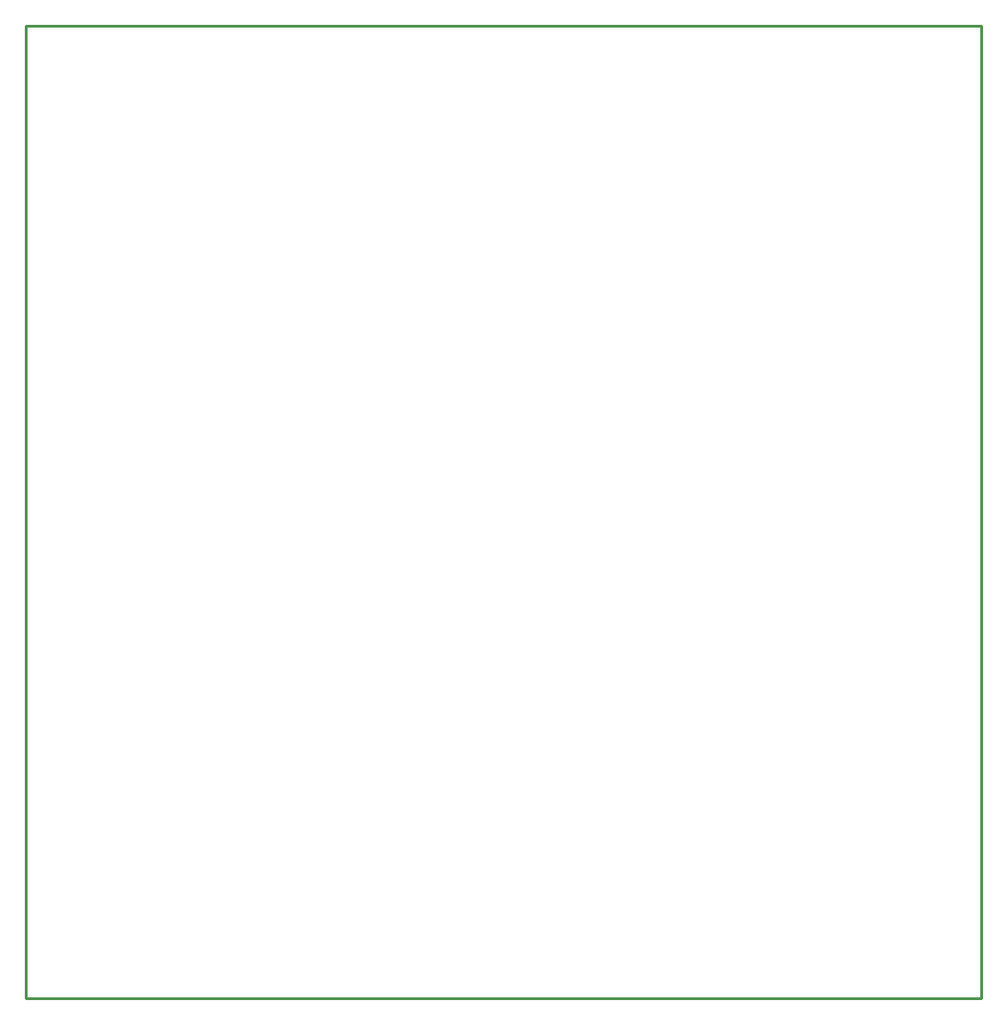
<source format=gbr>
G04 FreePCB MFC Application*
G04 Version: ÏëàòÔîðì 2.427*
G04 Author: niconson.com *
G04 WebSite: https://niconson.com/freepcb2 *
G04 Repositories: https://github.com/niconson *
G04 D:\Works\ÏëàòÔîðì íà ðóññêîì\Projects\Led\version-01\CAM(Driver-01)(11-20-2025)\Driver-01.BRD.gbr*

G04 Objects of panelization *
G04 êîíòóð ïëàòû layer *
G04 Scale: 100 percent, Rotated: No, Reflected: No *
%FSLAX26Y26*%
%MOIN*%
G04 êîíòóð ïëàòû *
G04 Rounded Rectangle Macro, params: W/2, H/2, R *
%AMRNDREC*
21,1,$1+$1,$2+$2-$3-$3,0,0,0*
21,1,$1+$1-$3-$3,$2+$2,0,0,0*
1,1,$3+$3,$1-$3,$2-$3*
1,1,$3+$3,$3-$1,$2-$3*
1,1,$3+$3,$1-$3,$3-$2*
1,1,$3+$3,$3-$1,$3-$2*%
G04 Rectangular Thermal Macro, params: W/4, H/4, TW/4, TC/4 *
%AMRECTHERM*
21,1,$1+$1-$3-$3-$4-$4,$2+$2-$3-$3-$4-$4-$4-$4,0-$1-$3-$4,0-$2-$3,0*
21,1,$1+$1-$3-$3-$4-$4-$4-$4,$2+$2-$3-$3-$4-$4,0-$1-$3,0-$2-$3-$4,0*
1,1,$4+$4+$4+$4,0-$1-$1+$4+$4,0-$2-$2+$4+$4*
1,1,$4+$4+$4+$4,0-$1-$1+$4+$4,0-$3-$3-$4-$4*
1,1,$4+$4+$4+$4,0-$3-$3-$4-$4,0-$2-$2+$4+$4*
21,1,$1+$1-$3-$3-$4-$4,$2+$2-$3-$3-$4-$4-$4-$4,0-$1-$3-$4,$2+$3,0*
21,1,$1+$1-$3-$3-$4-$4-$4-$4,$2+$2-$3-$3-$4-$4,0-$1-$3,$2+$3+$4,0*
1,1,$4+$4+$4+$4,0-$1-$1+$4+$4,$2+$2-$4-$4*
1,1,$4+$4+$4+$4,0-$1-$1+$4+$4,$3+$3+$4+$4*
1,1,$4+$4+$4+$4,0-$3-$3-$4-$4,$2+$2-$4-$4*
21,1,$1+$1-$3-$3-$4-$4,$2+$2-$3-$3-$4-$4-$4-$4,$1+$3+$4,0-$2-$3,0*
21,1,$1+$1-$3-$3-$4-$4-$4-$4,$2+$2-$3-$3-$4-$4,$1+$3,0-$2-$3-$4,0*
1,1,$4+$4+$4+$4,$1+$1-$4-$4,0-$2-$2+$4+$4*
1,1,$4+$4+$4+$4,$1+$1-$4-$4,0-$3-$3-$4-$4*
1,1,$4+$4+$4+$4,$3+$3+$4+$4,0-$2-$2+$4+$4*
21,1,$1+$1-$3-$3-$4-$4,$2+$2-$3-$3-$4-$4-$4-$4,$1+$3+$4,$2+$3,0*
21,1,$1+$1-$3-$3-$4-$4-$4-$4,$2+$2-$3-$3-$4-$4,$1+$3,$2+$3+$4,0*
1,1,$4+$4+$4+$4,$1+$1-$4-$4,$2+$2-$4-$4*
1,1,$4+$4+$4+$4,$1+$1-$4-$4,$3+$3+$4+$4*
1,1,$4+$4+$4+$4,$3+$3+$4+$4,$2+$2-$4-$4*%
%AMRECTHERM_45*
21,1,$1+$1+$1+$1,$2+$2+$2+$2-$4-$4-$4-$4-$4-$4-$4-$4-$4-$4-$3-$3,0,0,0*
21,1,$1+$1+$1+$1-$4-$4-$4-$4-$4-$4-$4-$4-$4-$4-$3-$3,$2+$2+$2+$2,0,0,0*
1,1,$4+$4+$4+$4,$1+$1-$4-$4,$2+$2-$4-$4-$4-$4-$4-$3*
1,1,$4+$4+$4+$4,$1+$1-$4-$4,0-$2-$2+$4+$4+$4+$4+$4+$3*
1,1,$4+$4+$4+$4,$1+$1-$4-$4-$4-$4-$4-$3,$2+$2-$4-$4*
1,1,$4+$4+$4+$4,0-$1-$1+$4+$4+$4+$4+$4+$3,$2+$2-$4-$4*
1,1,$4+$4+$4+$4,0-$1-$1+$4+$4,$2+$2-$4-$4-$4-$4-$4-$3*
1,1,$4+$4+$4+$4,0-$1-$1+$4+$4,0-$2-$2+$4+$4+$4+$4+$4+$3*
1,1,$4+$4+$4+$4,$1+$1-$4-$4-$4-$4-$4-$3,0-$2-$2+$4+$4*
1,1,$4+$4+$4+$4,0-$1-$1+$4+$4+$4+$4+$4+$3,0-$2-$2+$4+$4*%
%ADD10C,0.010000*%
G01*
G04 begin color: clBlack*
%LPD*%

G04 Objects of panelization *
D10*
X-787401Y-521653D02*
X2677165Y-521653D01*
X2677165Y3001968D01*
X-787401Y3001968D01*
X-787401Y-521653D01*

G04 ----------------------- Draw board outline (positive)*

G04 -------------- Draw Parts, Pads, Traces, Vias and Text (positive)*

G04 Draw traces*

G04 Draw Text*
M02*

</source>
